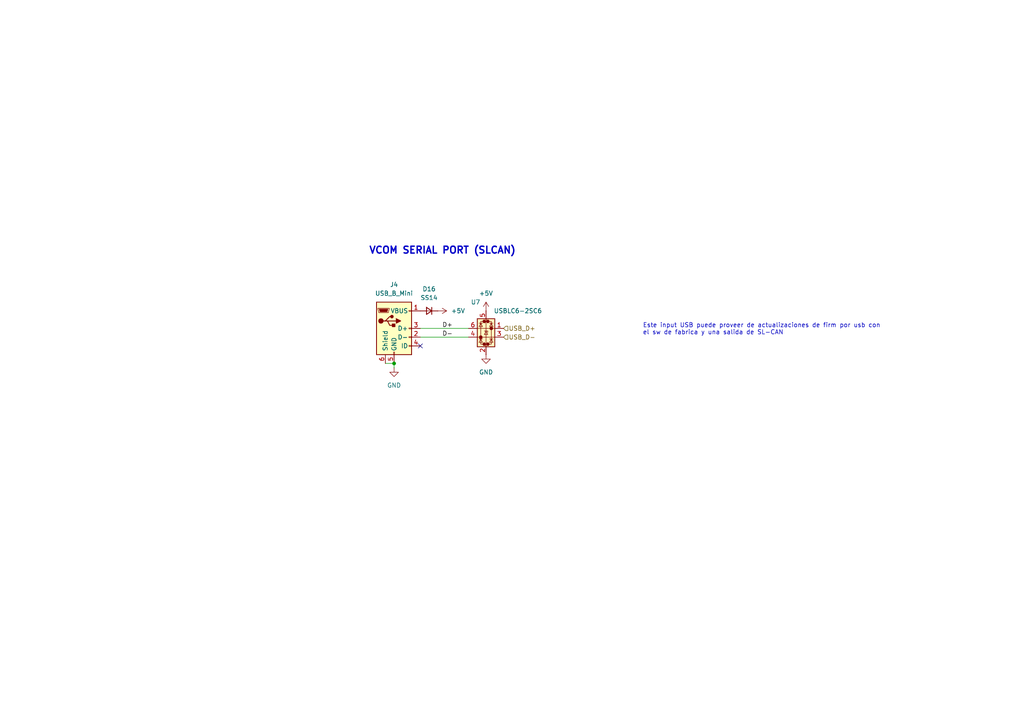
<source format=kicad_sch>
(kicad_sch (version 20231120) (generator "eeschema") (generator_version "8.0")
  (paper "A4")
  (lib_symbols
    (symbol "Connector:USB_B_Mini" (pin_names (offset 1.016))
      (property "Reference" "J" (at -5.08 11.43 0))
      (property "Value" "USB_B_Mini" (at -5.08 8.89 0))
      (symbol "USB_B_Mini_0_1"
        (rectangle (start -5.08 -7.62) (end 5.08 7.62) (stroke (width 0.254)) (fill (type background)))
        (circle (center -3.81 2.159) (radius 0.635) (stroke (width 0.254)) (fill (type outline)))
        (circle (center -0.635 3.429) (radius 0.381) (stroke (width 0.254)) (fill (type outline)))
        (rectangle (start -0.127 -7.62) (end 0.127 -6.858))
        (polyline (pts (xy -1.905 2.159) (xy 0.635 2.159)) (stroke (width 0.254)))
        (polyline (pts (xy -3.175 2.159) (xy -2.54 2.159) (xy -1.27 3.429) (xy -0.635 3.429)) (stroke (width 0.254)))
        (polyline (pts (xy -2.54 2.159) (xy -1.905 2.159) (xy -1.27 0.889) (xy 0 0.889)) (stroke (width 0.254)))
        (polyline (pts (xy 0.635 2.794) (xy 0.635 1.524) (xy 1.905 2.159) (xy 0.635 2.794)) (stroke (width 0.254)) (fill (type outline)))
        (polyline (pts (xy -4.318 5.588) (xy -1.778 5.588) (xy -2.032 4.826) (xy -4.064 4.826) (xy -4.318 5.588)) (fill (type outline)))
        (polyline (pts (xy -4.699 5.842) (xy -4.699 5.588) (xy -4.445 4.826) (xy -4.445 4.572) (xy -1.651 4.572) (xy -1.651 4.826) (xy -1.397 5.588) (xy -1.397 5.842) (xy -4.699 5.842)))
        (rectangle (start 0.254 1.27) (end -0.508 0.508) (stroke (width 0.254)) (fill (type outline)))
        (rectangle (start 5.08 -5.207) (end 4.318 -4.953))
        (rectangle (start 5.08 -2.667) (end 4.318 -2.413))
        (rectangle (start 5.08 -0.127) (end 4.318 0.127))
        (rectangle (start 5.08 4.953) (end 4.318 5.207))
      )
      (symbol "USB_B_Mini_1_1"
        (pin power_out line (at 7.62 5.08 180) (length 2.54) (name "VBUS") (number "1"))
        (pin bidirectional line (at 7.62 -2.54 180) (length 2.54) (name "D-") (number "2"))
        (pin bidirectional line (at 7.62 0 180) (length 2.54) (name "D+") (number "3"))
        (pin passive line (at 7.62 -5.08 180) (length 2.54) (name "ID") (number "4"))
        (pin power_out line (at 0 -10.16 90) (length 2.54) (name "GND") (number "5"))
        (pin passive line (at -2.54 -10.16 90) (length 2.54) (name "Shield") (number "6"))
      )
    )
    (symbol "Device:D_Small" (pin_numbers hide) (pin_names (offset 0.254) hide)
      (property "Reference" "D" (at -1.27 2.032 0))
      (property "Value" "D_Small" (at -3.81 -2.032 0))
      (symbol "D_Small_0_1"
        (polyline (pts (xy -0.762 -1.016) (xy -0.762 1.016)) (stroke (width 0.254)))
        (polyline (pts (xy -0.762 0) (xy 0.762 0)))
        (polyline (pts (xy 0.762 -1.016) (xy -0.762 0) (xy 0.762 1.016) (xy 0.762 -1.016)) (stroke (width 0.254)))
      )
      (symbol "D_Small_1_1"
        (pin passive line (at -2.54 0 0) (length 1.778) (name "K") (number "1"))
        (pin passive line (at 2.54 0 180) (length 1.778) (name "A") (number "2"))
      )
    )
    (symbol "Power_Protection:USBLC6-2SC6" (pin_names hide)
      (property "Reference" "U" (at 0.635 5.715 0))
      (property "Value" "USBLC6-2SC6" (at 0.635 3.81 0))
      (symbol "USBLC6-2SC6_0_0"
        (circle (center -1.524 0) (radius 0.0001) (stroke (width 0.508)))
        (circle (center -0.508 -4.572) (radius 0.0001) (stroke (width 0.508)))
        (circle (center -0.508 2.032) (radius 0.0001) (stroke (width 0.508)))
        (circle (center 0.508 -4.572) (radius 0.0001) (stroke (width 0.508)))
        (circle (center 0.508 2.032) (radius 0.0001) (stroke (width 0.508)))
        (circle (center 1.524 -2.54) (radius 0.0001) (stroke (width 0.508)))
      )
      (symbol "USBLC6-2SC6_0_1"
        (polyline (pts (xy -2.54 -2.54) (xy 2.54 -2.54)))
        (polyline (pts (xy -2.54 0) (xy 2.54 0)))
        (polyline (pts (xy -2.032 -3.048) (xy -1.016 -3.048)))
        (polyline (pts (xy -1.016 1.524) (xy -2.032 1.524)))
        (polyline (pts (xy 1.016 -3.048) (xy 2.032 -3.048)))
        (polyline (pts (xy 1.016 1.524) (xy 2.032 1.524)))
        (polyline (pts (xy -0.508 -1.143) (xy -0.508 -0.762) (xy 0.508 -0.762)))
        (polyline (pts (xy -2.032 0.508) (xy -1.016 0.508) (xy -1.524 1.524) (xy -2.032 0.508)))
        (polyline (pts (xy -1.016 -4.064) (xy -2.032 -4.064) (xy -1.524 -3.048) (xy -1.016 -4.064)))
        (polyline (pts (xy 0.508 -1.778) (xy -0.508 -1.778) (xy 0 -0.762) (xy 0.508 -1.778)))
        (polyline (pts (xy 2.032 -4.064) (xy 1.016 -4.064) (xy 1.524 -3.048) (xy 2.032 -4.064)))
        (polyline (pts (xy 2.032 0.508) (xy 1.016 0.508) (xy 1.524 1.524) (xy 2.032 0.508)))
        (polyline (pts (xy 0 2.54) (xy -0.508 2.032) (xy 0.508 2.032) (xy 0 1.524) (xy 0 -4.064) (xy -0.508 -4.572) (xy 0.508 -4.572) (xy 0 -5.08)))
      )
      (symbol "USBLC6-2SC6_1_1"
        (rectangle (start -2.54 2.794) (end 2.54 -5.334) (stroke (width 0.254)) (fill (type background)))
        (polyline (pts (xy -0.508 2.032) (xy -1.524 2.032) (xy -1.524 -4.572) (xy -0.508 -4.572)))
        (polyline (pts (xy 0.508 -4.572) (xy 1.524 -4.572) (xy 1.524 2.032) (xy 0.508 2.032)))
        (pin passive line (at -5.08 0 0) (length 2.54) (name "I/O1") (number "1"))
        (pin passive line (at 0 -7.62 90) (length 2.54) (name "GND") (number "2"))
        (pin passive line (at -5.08 -2.54 0) (length 2.54) (name "I/O2") (number "3"))
        (pin passive line (at 5.08 -2.54 180) (length 2.54) (name "I/O2") (number "4"))
        (pin passive line (at 0 5.08 270) (length 2.54) (name "VBUS") (number "5"))
        (pin passive line (at 5.08 0 180) (length 2.54) (name "I/O1") (number "6"))
      )
    )
    (symbol "power:+5V" (power) (pin_numbers hide) (pin_names (offset 0) hide)
      (property "Value" "+5V" (at 0 3.556 0))
      (symbol "+5V_0_1"
        (polyline (pts (xy -0.762 1.27) (xy 0 2.54)))
        (polyline (pts (xy 0 0) (xy 0 2.54)))
        (polyline (pts (xy 0 2.54) (xy 0.762 1.27)))
      )
      (symbol "+5V_1_1"
        (pin power_in line (at 0 0 90) (length 0) (name "~") (number "1"))
      )
    )
    (symbol "power:GND" (power) (pin_numbers hide) (pin_names (offset 0) hide)
      (property "Value" "GND" (at 0 -3.81 0))
      (symbol "GND_0_1"
        (polyline (pts (xy 0 0) (xy 0 -1.27) (xy 1.27 -1.27) (xy 0 -2.54) (xy -1.27 -1.27) (xy 0 -1.27)))
      )
      (symbol "GND_1_1"
        (pin power_in line (at 0 0 270) (length 0) (name "~") (number "1"))
      )
    )
  )
  (junction (at 114.3 105.41))
  (no_connect (at 121.92 100.33))
  (wire (pts (xy 121.92 97.79) (xy 135.89 97.79)))
  (wire (pts (xy 114.3 106.68) (xy 114.3 105.41)))
  (wire (pts (xy 135.89 95.25) (xy 121.92 95.25)))
  (wire (pts (xy 111.76 105.41) (xy 114.3 105.41)))
  (text "Este input USB puede proveer de actualizaciones de firm por usb con\nel sw de fabrica y una salida de SL-CAN" (at 186.436 95.504 0) (effects (font (size 1.27 1.27)) (justify left)))
  (text "VCOM SERIAL PORT (SLCAN)" (at 106.934 73.914 0) (effects (font (size 2 2) (thickness 0.4) (bold yes)) (justify left bottom)))
  (label "D+" (at 128.27 95.25 0))
  (label "D-" (at 128.27 97.79 0))
  (hierarchical_label "USB_D+" (shape input) (at 146.05 95.25 0))
  (hierarchical_label "USB_D-" (shape input) (at 146.05 97.79 0))
  (symbol (lib_id "Device:D_Small") (at 124.46 90.17 180) (unit 1)
    (property "Reference" "D16" (at 124.46 83.82 0))
    (property "Value" "SS14" (at 124.46 86.36 0))
    (property "Footprint" "Diode_SMD:D_SOD-123" (effects (hide yes)))
    (property "Description" "Diode, small symbol" (effects (hide yes)))
    (property "Sim.Device" "D" (effects (hide yes)))
    (property "Sim.Pins" "1=K 2=A" (effects (hide yes)))
  )
  (symbol (lib_id "power:+5V") (at 140.97 90.17 0) (unit 1)
    (property "Reference" "#PWR0105" (effects (hide yes)))
    (property "Value" "+5V" (at 140.97 85.09 0))
    (property "Description" "Power symbol creates a global label with name \"+5V\"" (effects (hide yes)))
  )
  (symbol (lib_id "Power_Protection:USBLC6-2SC6") (at 140.97 95.25 0) (mirror y) (unit 1)
    (property "Reference" "U7" (at 139.3189 87.63 0) (effects (justify left)))
    (property "Value" "USBLC6-2SC6" (at 157.226 90.17 0) (effects (justify left)))
    (property "Footprint" "Package_TO_SOT_SMD:SOT-23-6" (effects (hide yes)))
    (property "Datasheet" "https://www.st.com/resource/en/datasheet/usblc6-2.pdf" (effects (hide yes)))
    (property "Description" "Very low capacitance ESD protection diode, 2 data-line, SOT-23-6" (effects (hide yes)))
  )
  (symbol (lib_id "power:GND") (at 140.97 102.87 0) (unit 1)
    (property "Reference" "#PWR0106" (effects (hide yes)))
    (property "Value" "GND" (at 140.97 107.95 0))
    (property "Description" "Power symbol creates a global label with name \"GND\" , ground" (effects (hide yes)))
  )
  (symbol (lib_id "power:GND") (at 114.3 106.68 0) (unit 1)
    (property "Reference" "#PWR0103" (effects (hide yes)))
    (property "Value" "GND" (at 114.3 111.76 0))
    (property "Description" "Power symbol creates a global label with name \"GND\" , ground" (effects (hide yes)))
  )
  (symbol (lib_id "power:+5V") (at 127 90.17 270) (unit 1)
    (property "Reference" "#PWR0104" (effects (hide yes)))
    (property "Value" "+5V" (at 130.81 90.1699 90) (effects (justify left)))
    (property "Description" "Power symbol creates a global label with name \"+5V\"" (effects (hide yes)))
  )
  (symbol (lib_id "Connector:USB_B_Mini") (at 114.3 95.25 0) (unit 1)
    (property "Reference" "J4" (at 114.3 82.55 0))
    (property "Value" "USB_B_Mini" (at 114.3 85.09 0))
    (property "Footprint" "Connector_USB:USB_Mini-B_Wuerth_65100516121_Horizontal" (effects (hide yes)))
    (property "Description" "USB Mini Type B connector" (effects (hide yes)))
  )
)
</source>
